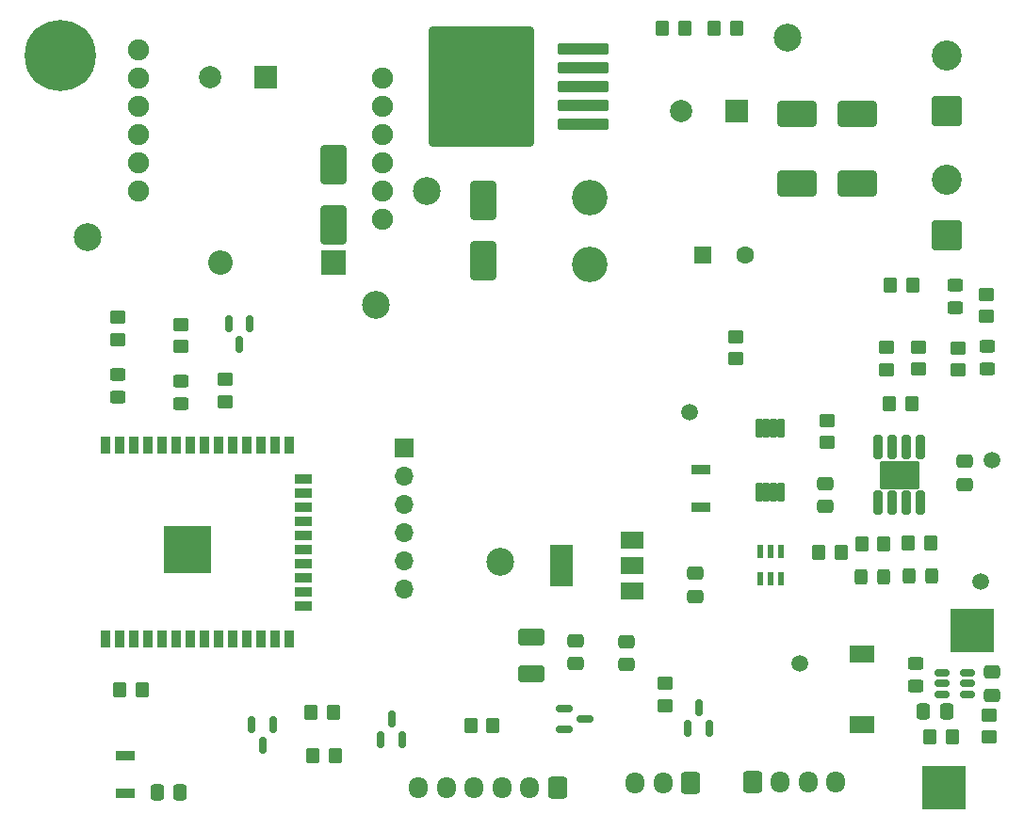
<source format=gbr>
%TF.GenerationSoftware,KiCad,Pcbnew,7.0.2*%
%TF.CreationDate,2024-10-18T19:43:08+03:00*%
%TF.ProjectId,POWER  WATER CIRCUIT,504f5745-5220-4205-9741-544552204349,rev?*%
%TF.SameCoordinates,Original*%
%TF.FileFunction,Soldermask,Top*%
%TF.FilePolarity,Negative*%
%FSLAX46Y46*%
G04 Gerber Fmt 4.6, Leading zero omitted, Abs format (unit mm)*
G04 Created by KiCad (PCBNEW 7.0.2) date 2024-10-18 19:43:08*
%MOMM*%
%LPD*%
G01*
G04 APERTURE LIST*
G04 Aperture macros list*
%AMRoundRect*
0 Rectangle with rounded corners*
0 $1 Rounding radius*
0 $2 $3 $4 $5 $6 $7 $8 $9 X,Y pos of 4 corners*
0 Add a 4 corners polygon primitive as box body*
4,1,4,$2,$3,$4,$5,$6,$7,$8,$9,$2,$3,0*
0 Add four circle primitives for the rounded corners*
1,1,$1+$1,$2,$3*
1,1,$1+$1,$4,$5*
1,1,$1+$1,$6,$7*
1,1,$1+$1,$8,$9*
0 Add four rect primitives between the rounded corners*
20,1,$1+$1,$2,$3,$4,$5,0*
20,1,$1+$1,$4,$5,$6,$7,0*
20,1,$1+$1,$6,$7,$8,$9,0*
20,1,$1+$1,$8,$9,$2,$3,0*%
G04 Aperture macros list end*
%ADD10RoundRect,0.150000X0.150000X-0.587500X0.150000X0.587500X-0.150000X0.587500X-0.150000X-0.587500X0*%
%ADD11RoundRect,0.150000X-0.512500X-0.150000X0.512500X-0.150000X0.512500X0.150000X-0.512500X0.150000X0*%
%ADD12R,2.000000X2.000000*%
%ADD13C,2.000000*%
%ADD14R,1.700000X1.700000*%
%ADD15O,1.700000X1.700000*%
%ADD16RoundRect,0.250000X-0.350000X-0.450000X0.350000X-0.450000X0.350000X0.450000X-0.350000X0.450000X0*%
%ADD17C,1.500000*%
%ADD18RoundRect,0.150000X-0.150000X0.587500X-0.150000X-0.587500X0.150000X-0.587500X0.150000X0.587500X0*%
%ADD19C,3.200000*%
%ADD20RoundRect,0.250000X-0.325000X-0.450000X0.325000X-0.450000X0.325000X0.450000X-0.325000X0.450000X0*%
%ADD21R,1.600000X1.600000*%
%ADD22C,1.600000*%
%ADD23RoundRect,0.250001X0.924999X-0.499999X0.924999X0.499999X-0.924999X0.499999X-0.924999X-0.499999X0*%
%ADD24RoundRect,0.250000X-0.900000X1.500000X-0.900000X-1.500000X0.900000X-1.500000X0.900000X1.500000X0*%
%ADD25C,2.500000*%
%ADD26C,0.800000*%
%ADD27C,6.400000*%
%ADD28RoundRect,0.177000X-0.225000X0.910000X-0.225000X-0.910000X0.225000X-0.910000X0.225000X0.910000X0*%
%ADD29RoundRect,0.102000X-1.651000X1.206500X-1.651000X-1.206500X1.651000X-1.206500X1.651000X1.206500X0*%
%ADD30R,1.700000X0.900000*%
%ADD31RoundRect,0.250000X0.450000X-0.350000X0.450000X0.350000X-0.450000X0.350000X-0.450000X-0.350000X0*%
%ADD32R,0.600000X1.250000*%
%ADD33RoundRect,0.250000X0.337500X0.475000X-0.337500X0.475000X-0.337500X-0.475000X0.337500X-0.475000X0*%
%ADD34R,2.200000X1.500000*%
%ADD35RoundRect,0.250000X2.050000X0.300000X-2.050000X0.300000X-2.050000X-0.300000X2.050000X-0.300000X0*%
%ADD36RoundRect,0.250002X4.449998X5.149998X-4.449998X5.149998X-4.449998X-5.149998X4.449998X-5.149998X0*%
%ADD37RoundRect,0.250000X-0.450000X0.350000X-0.450000X-0.350000X0.450000X-0.350000X0.450000X0.350000X0*%
%ADD38RoundRect,0.250000X0.600000X0.725000X-0.600000X0.725000X-0.600000X-0.725000X0.600000X-0.725000X0*%
%ADD39O,1.700000X1.950000*%
%ADD40RoundRect,0.250000X0.475000X-0.337500X0.475000X0.337500X-0.475000X0.337500X-0.475000X-0.337500X0*%
%ADD41RoundRect,0.250001X1.099999X-1.099999X1.099999X1.099999X-1.099999X1.099999X-1.099999X-1.099999X0*%
%ADD42C,2.700000*%
%ADD43RoundRect,0.250000X0.325000X0.450000X-0.325000X0.450000X-0.325000X-0.450000X0.325000X-0.450000X0*%
%ADD44RoundRect,0.250000X-1.500000X-0.900000X1.500000X-0.900000X1.500000X0.900000X-1.500000X0.900000X0*%
%ADD45RoundRect,0.250000X-0.600000X-0.725000X0.600000X-0.725000X0.600000X0.725000X-0.600000X0.725000X0*%
%ADD46RoundRect,0.250000X0.350000X0.450000X-0.350000X0.450000X-0.350000X-0.450000X0.350000X-0.450000X0*%
%ADD47R,4.000000X4.000000*%
%ADD48R,2.200000X2.200000*%
%ADD49O,2.200000X2.200000*%
%ADD50RoundRect,0.250000X-0.337500X-0.475000X0.337500X-0.475000X0.337500X0.475000X-0.337500X0.475000X0*%
%ADD51R,2.000000X1.500000*%
%ADD52R,2.000000X3.800000*%
%ADD53R,0.900000X1.500000*%
%ADD54R,1.500000X0.900000*%
%ADD55C,0.600000*%
%ADD56R,4.200000X4.200000*%
%ADD57C,1.900000*%
%ADD58RoundRect,0.250000X-0.450000X0.325000X-0.450000X-0.325000X0.450000X-0.325000X0.450000X0.325000X0*%
%ADD59RoundRect,0.150000X-0.587500X-0.150000X0.587500X-0.150000X0.587500X0.150000X-0.587500X0.150000X0*%
%ADD60RoundRect,0.250000X-0.475000X0.337500X-0.475000X-0.337500X0.475000X-0.337500X0.475000X0.337500X0*%
%ADD61RoundRect,0.152000X0.150000X-0.730000X0.150000X0.730000X-0.150000X0.730000X-0.150000X-0.730000X0*%
G04 APERTURE END LIST*
D10*
%TO.C,Q5*%
X93450000Y-120900000D03*
X95350000Y-120900000D03*
X94400000Y-119025000D03*
%TD*%
D11*
%TO.C,U6*%
X143896500Y-114874000D03*
X143896500Y-115824000D03*
X143896500Y-116774000D03*
X146171500Y-116774000D03*
X146171500Y-115824000D03*
X146171500Y-114874000D03*
%TD*%
D12*
%TO.C,C1*%
X125400000Y-64300000D03*
D13*
X120400000Y-64300000D03*
%TD*%
D14*
%TO.C,PROG1*%
X95500000Y-94620000D03*
D15*
X95500000Y-97160000D03*
X95500000Y-99700000D03*
X95500000Y-102240000D03*
X95500000Y-104780000D03*
X95500000Y-107320000D03*
%TD*%
D16*
%TO.C,R17*%
X87350000Y-122300000D03*
X89350000Y-122300000D03*
%TD*%
D17*
%TO.C,J3*%
X147320000Y-106680000D03*
%TD*%
D18*
%TO.C,Q4*%
X83750000Y-119525000D03*
X81850000Y-119525000D03*
X82800000Y-121400000D03*
%TD*%
D10*
%TO.C,Q3*%
X121050000Y-119837500D03*
X122000000Y-117962500D03*
X122950000Y-119837500D03*
%TD*%
D19*
%TO.C,L1*%
X112200000Y-72100000D03*
X112200000Y-78100000D03*
%TD*%
D20*
%TO.C,D1*%
X136575000Y-106200000D03*
X138625000Y-106200000D03*
%TD*%
D21*
%TO.C,C4*%
X122350000Y-77250000D03*
D22*
X126150000Y-77250000D03*
%TD*%
D23*
%TO.C,C9*%
X106950000Y-114925000D03*
X106950000Y-111675000D03*
%TD*%
D24*
%TO.C,D12*%
X89154000Y-69182000D03*
X89154000Y-74582000D03*
%TD*%
D25*
%TO.C,TP2*%
X97600000Y-71500000D03*
%TD*%
D26*
%TO.C,H1*%
X62200000Y-59300000D03*
X62902944Y-57602944D03*
X62902944Y-60997056D03*
X64600000Y-56900000D03*
D27*
X64600000Y-59300000D03*
D26*
X64600000Y-61700000D03*
X66297056Y-57602944D03*
X66297056Y-60997056D03*
X67000000Y-59300000D03*
%TD*%
D28*
%TO.C,U2*%
X141955000Y-94575000D03*
X140685000Y-94575000D03*
X139415000Y-94575000D03*
X138145000Y-94575000D03*
X138145000Y-99525000D03*
X139415000Y-99525000D03*
X140685000Y-99525000D03*
X141955000Y-99525000D03*
D29*
X140050000Y-97050000D03*
%TD*%
D12*
%TO.C,C6*%
X83067677Y-61300000D03*
D13*
X78067677Y-61300000D03*
%TD*%
D16*
%TO.C,R2*%
X140850000Y-103200000D03*
X142850000Y-103200000D03*
%TD*%
D30*
%TO.C,SW1*%
X70450000Y-122300000D03*
X70450000Y-125700000D03*
%TD*%
D31*
%TO.C,R7*%
X133550000Y-94150000D03*
X133550000Y-92150000D03*
%TD*%
D32*
%TO.C,IC1*%
X129400000Y-103900000D03*
X128450000Y-103900000D03*
X127500000Y-103900000D03*
X127500000Y-106400000D03*
X128450000Y-106400000D03*
X129400000Y-106400000D03*
%TD*%
D33*
%TO.C,C10*%
X75387500Y-125650000D03*
X73312500Y-125650000D03*
%TD*%
D34*
%TO.C,L2*%
X136652000Y-113132000D03*
X136652000Y-119532000D03*
%TD*%
D35*
%TO.C,U1*%
X111650000Y-65500000D03*
X111650000Y-63800000D03*
X111650000Y-62100000D03*
D36*
X102500000Y-62100000D03*
D35*
X111650000Y-60400000D03*
X111650000Y-58700000D03*
%TD*%
D16*
%TO.C,R5*%
X123400000Y-56900000D03*
X125400000Y-56900000D03*
%TD*%
D37*
%TO.C,R11*%
X141732000Y-85550000D03*
X141732000Y-87550000D03*
%TD*%
D38*
%TO.C,TDS1*%
X121280000Y-124800000D03*
D39*
X118780000Y-124800000D03*
X116280000Y-124800000D03*
%TD*%
D40*
%TO.C,C8*%
X110900000Y-114037500D03*
X110900000Y-111962500D03*
%TD*%
D41*
%TO.C,S0LAR1*%
X144300000Y-75500000D03*
D42*
X144300000Y-70500000D03*
%TD*%
D31*
%TO.C,R21*%
X79450000Y-90450000D03*
X79450000Y-88450000D03*
%TD*%
D43*
%TO.C,D2*%
X142925000Y-106100000D03*
X140875000Y-106100000D03*
%TD*%
D16*
%TO.C,R22*%
X142764000Y-120650000D03*
X144764000Y-120650000D03*
%TD*%
D40*
%TO.C,C5*%
X133350000Y-99887500D03*
X133350000Y-97812500D03*
%TD*%
D17*
%TO.C,J2*%
X148336000Y-95758000D03*
%TD*%
D16*
%TO.C,R6*%
X132800000Y-104050000D03*
X134800000Y-104050000D03*
%TD*%
D44*
%TO.C,D3*%
X130850000Y-64550000D03*
X136250000Y-64550000D03*
%TD*%
D40*
%TO.C,C2*%
X145900000Y-97887500D03*
X145900000Y-95812500D03*
%TD*%
%TO.C,C3*%
X121666000Y-107971500D03*
X121666000Y-105896500D03*
%TD*%
D31*
%TO.C,R16*%
X118950000Y-117800000D03*
X118950000Y-115800000D03*
%TD*%
D45*
%TO.C,ULTRASONIC1*%
X126826000Y-124714000D03*
D39*
X129326000Y-124714000D03*
X131826000Y-124714000D03*
X134326000Y-124714000D03*
%TD*%
D25*
%TO.C,TP5*%
X104140000Y-104902000D03*
%TD*%
D46*
%TO.C,R1*%
X138650000Y-103250000D03*
X136650000Y-103250000D03*
%TD*%
D47*
%TO.C,Batt+1*%
X146550000Y-111050000D03*
%TD*%
D48*
%TO.C,D11*%
X89154000Y-77978000D03*
D49*
X78994000Y-77978000D03*
%TD*%
D50*
%TO.C,22uF1*%
X142218500Y-118364000D03*
X144293500Y-118364000D03*
%TD*%
D44*
%TO.C,D5*%
X130850000Y-70800000D03*
X136250000Y-70800000D03*
%TD*%
D37*
%TO.C,R9*%
X125350000Y-84600000D03*
X125350000Y-86600000D03*
%TD*%
D18*
%TO.C,Q6*%
X81650000Y-83425000D03*
X79750000Y-83425000D03*
X80700000Y-85300000D03*
%TD*%
D51*
%TO.C,U3*%
X116000000Y-107500000D03*
X116000000Y-105200000D03*
D52*
X109700000Y-105200000D03*
D51*
X116000000Y-102900000D03*
%TD*%
D31*
%TO.C,R12*%
X145288000Y-87614000D03*
X145288000Y-85614000D03*
%TD*%
D16*
%TO.C,R15*%
X101500000Y-119600000D03*
X103500000Y-119600000D03*
%TD*%
D53*
%TO.C,U4*%
X68720000Y-111850000D03*
X69990000Y-111850000D03*
X71260000Y-111850000D03*
X72530000Y-111850000D03*
X73800000Y-111850000D03*
X75070000Y-111850000D03*
X76340000Y-111850000D03*
X77610000Y-111850000D03*
X78880000Y-111850000D03*
X80150000Y-111850000D03*
X81420000Y-111850000D03*
X82690000Y-111850000D03*
X83960000Y-111850000D03*
X85230000Y-111850000D03*
D54*
X86480000Y-108810000D03*
X86480000Y-107540000D03*
X86480000Y-106270000D03*
X86480000Y-105000000D03*
X86480000Y-103730000D03*
X86480000Y-102460000D03*
X86480000Y-101190000D03*
X86480000Y-99920000D03*
X86480000Y-98650000D03*
X86480000Y-97380000D03*
D53*
X85230000Y-94350000D03*
X83960000Y-94350000D03*
X82690000Y-94350000D03*
X81420000Y-94350000D03*
X80150000Y-94350000D03*
X78880000Y-94350000D03*
X77610000Y-94350000D03*
X76340000Y-94350000D03*
X75070000Y-94350000D03*
X73800000Y-94350000D03*
X72530000Y-94350000D03*
X71260000Y-94350000D03*
X69990000Y-94350000D03*
X68720000Y-94350000D03*
D55*
X75297500Y-105305000D03*
X76822500Y-105305000D03*
X74535000Y-104542500D03*
X76060000Y-104542500D03*
X77585000Y-104542500D03*
X75297500Y-103780000D03*
D56*
X76060000Y-103780000D03*
D55*
X76822500Y-103780000D03*
X74535000Y-103017500D03*
X76060000Y-103017500D03*
X77585000Y-103017500D03*
X75297500Y-102255000D03*
X76822500Y-102255000D03*
%TD*%
D25*
%TO.C,TP4*%
X130000000Y-57700000D03*
%TD*%
D57*
%TO.C,U5*%
X93550000Y-74050000D03*
X93550000Y-71510000D03*
X93550000Y-68970000D03*
X93550000Y-66430000D03*
X93550000Y-63890000D03*
X93550000Y-61350000D03*
X71680000Y-58810000D03*
X71680000Y-61350000D03*
X71680000Y-63890000D03*
X71680000Y-66430000D03*
X71680000Y-68970000D03*
X71680000Y-71510000D03*
%TD*%
D31*
%TO.C,R23*%
X148082000Y-120634000D03*
X148082000Y-118634000D03*
%TD*%
D58*
%TO.C,D9*%
X75450000Y-88575000D03*
X75450000Y-90625000D03*
%TD*%
%TO.C,D10*%
X141478000Y-114037000D03*
X141478000Y-116087000D03*
%TD*%
%TO.C,D8*%
X69800000Y-88012500D03*
X69800000Y-90062500D03*
%TD*%
D59*
%TO.C,Q2*%
X109900000Y-118050000D03*
X109900000Y-119950000D03*
X111775000Y-119000000D03*
%TD*%
D16*
%TO.C,R4*%
X118750000Y-56850000D03*
X120750000Y-56850000D03*
%TD*%
D60*
%TO.C,C11*%
X148336000Y-114786500D03*
X148336000Y-116861500D03*
%TD*%
D46*
%TO.C,R18*%
X89150000Y-118400000D03*
X87150000Y-118400000D03*
%TD*%
D47*
%TO.C,Batt-1*%
X144018000Y-125222000D03*
%TD*%
D24*
%TO.C,D4*%
X102600000Y-72400000D03*
X102600000Y-77800000D03*
%TD*%
D37*
%TO.C,R8*%
X138900000Y-85600000D03*
X138900000Y-87600000D03*
%TD*%
D31*
%TO.C,R20*%
X75450000Y-85500000D03*
X75450000Y-83500000D03*
%TD*%
D40*
%TO.C,C7*%
X115500000Y-114137500D03*
X115500000Y-112062500D03*
%TD*%
D25*
%TO.C,TP3*%
X92964000Y-81788000D03*
%TD*%
D17*
%TO.C,J5*%
X131064000Y-114046000D03*
%TD*%
D25*
%TO.C,TP1*%
X67056000Y-75692000D03*
%TD*%
D31*
%TO.C,R19*%
X69800000Y-84887500D03*
X69800000Y-82887500D03*
%TD*%
D16*
%TO.C,R14*%
X69950000Y-116350000D03*
X71950000Y-116350000D03*
%TD*%
D38*
%TO.C,PH1*%
X109310000Y-125200000D03*
D39*
X106810000Y-125200000D03*
X104310000Y-125200000D03*
X101810000Y-125200000D03*
X99310000Y-125200000D03*
X96810000Y-125200000D03*
%TD*%
D30*
%TO.C,SW2*%
X122174000Y-99998000D03*
X122174000Y-96598000D03*
%TD*%
D46*
%TO.C,R10*%
X141208000Y-80010000D03*
X139208000Y-80010000D03*
%TD*%
D16*
%TO.C,R3*%
X139150000Y-90650000D03*
X141150000Y-90650000D03*
%TD*%
D31*
%TO.C,R13*%
X147828000Y-82811500D03*
X147828000Y-80811500D03*
%TD*%
D58*
%TO.C,D7*%
X147978000Y-85486500D03*
X147978000Y-87536500D03*
%TD*%
D17*
%TO.C,J6*%
X121158000Y-91440000D03*
%TD*%
D41*
%TO.C,18VMAINS1*%
X144305000Y-64295000D03*
D42*
X144305000Y-59295000D03*
%TD*%
D58*
%TO.C,D6*%
X145034000Y-80001000D03*
X145034000Y-82051000D03*
%TD*%
D61*
%TO.C,Q1*%
X127425000Y-98627500D03*
X128075000Y-98627500D03*
X128725000Y-98627500D03*
X129375000Y-98627500D03*
X129375000Y-92867500D03*
X128725000Y-92867500D03*
X128075000Y-92867500D03*
X127425000Y-92867500D03*
%TD*%
M02*

</source>
